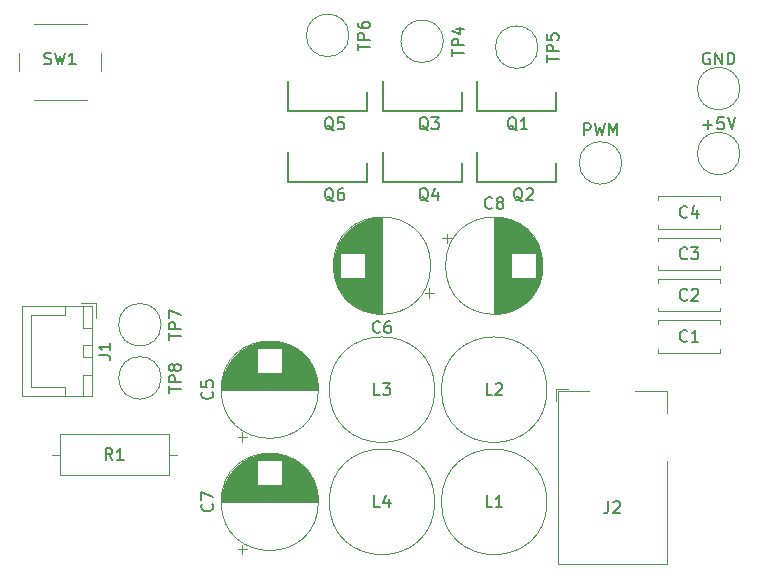
<source format=gto>
G04 #@! TF.GenerationSoftware,KiCad,Pcbnew,(5.1.5)-2*
G04 #@! TF.CreationDate,2020-08-06T13:29:52+09:00*
G04 #@! TF.ProjectId,CAL_V_Simulation_circuit,43414c5f-565f-4536-996d-756c6174696f,rev?*
G04 #@! TF.SameCoordinates,Original*
G04 #@! TF.FileFunction,Legend,Top*
G04 #@! TF.FilePolarity,Positive*
%FSLAX46Y46*%
G04 Gerber Fmt 4.6, Leading zero omitted, Abs format (unit mm)*
G04 Created by KiCad (PCBNEW (5.1.5)-2) date 2020-08-06 13:29:52*
%MOMM*%
%LPD*%
G04 APERTURE LIST*
%ADD10C,0.120000*%
%ADD11C,0.200000*%
%ADD12C,0.150000*%
G04 APERTURE END LIST*
D10*
X96700000Y-105000000D02*
G75*
G03X96700000Y-105000000I-1800000J0D01*
G01*
X58960000Y-126940000D02*
X52990000Y-126940000D01*
X52990000Y-126940000D02*
X52990000Y-134560000D01*
X52990000Y-134560000D02*
X58960000Y-134560000D01*
X58960000Y-134560000D02*
X58960000Y-126940000D01*
X58950000Y-130250000D02*
X58200000Y-130250000D01*
X58200000Y-130250000D02*
X58200000Y-131250000D01*
X58200000Y-131250000D02*
X58950000Y-131250000D01*
X58950000Y-131250000D02*
X58950000Y-130250000D01*
X58950000Y-126950000D02*
X58200000Y-126950000D01*
X58200000Y-126950000D02*
X58200000Y-128750000D01*
X58200000Y-128750000D02*
X58950000Y-128750000D01*
X58950000Y-128750000D02*
X58950000Y-126950000D01*
X58950000Y-132750000D02*
X58200000Y-132750000D01*
X58200000Y-132750000D02*
X58200000Y-134550000D01*
X58200000Y-134550000D02*
X58950000Y-134550000D01*
X58950000Y-134550000D02*
X58950000Y-132750000D01*
X56700000Y-126950000D02*
X56700000Y-127700000D01*
X56700000Y-127700000D02*
X53750000Y-127700000D01*
X53750000Y-127700000D02*
X53750000Y-130750000D01*
X56700000Y-134550000D02*
X56700000Y-133800000D01*
X56700000Y-133800000D02*
X53750000Y-133800000D01*
X53750000Y-133800000D02*
X53750000Y-130750000D01*
X59250000Y-127900000D02*
X59250000Y-126650000D01*
X59250000Y-126650000D02*
X58000000Y-126650000D01*
X103800000Y-114800000D02*
G75*
G03X103800000Y-114800000I-1800000J0D01*
G01*
X88700000Y-104500000D02*
G75*
G03X88700000Y-104500000I-1800000J0D01*
G01*
X54000000Y-109500000D02*
X58500000Y-109500000D01*
X52750000Y-105500000D02*
X52750000Y-107000000D01*
X58500000Y-103000000D02*
X54000000Y-103000000D01*
X59750000Y-107000000D02*
X59750000Y-105500000D01*
X99250000Y-133900000D02*
X98200000Y-133900000D01*
X98200000Y-134950000D02*
X98200000Y-133900000D01*
X107600000Y-140000000D02*
X107600000Y-148800000D01*
X107600000Y-148800000D02*
X98400000Y-148800000D01*
X104900000Y-134100000D02*
X107600000Y-134100000D01*
X107600000Y-134100000D02*
X107600000Y-136000000D01*
X98400000Y-148800000D02*
X98400000Y-134100000D01*
X98400000Y-134100000D02*
X101000000Y-134100000D01*
X112120000Y-130555000D02*
X112120000Y-130870000D01*
X112120000Y-128130000D02*
X112120000Y-128445000D01*
X106880000Y-130555000D02*
X106880000Y-130870000D01*
X106880000Y-128130000D02*
X106880000Y-128445000D01*
X106880000Y-130870000D02*
X112120000Y-130870000D01*
X106880000Y-128130000D02*
X112120000Y-128130000D01*
X106880000Y-124630000D02*
X112120000Y-124630000D01*
X106880000Y-127370000D02*
X112120000Y-127370000D01*
X106880000Y-124630000D02*
X106880000Y-124945000D01*
X106880000Y-127055000D02*
X106880000Y-127370000D01*
X112120000Y-124630000D02*
X112120000Y-124945000D01*
X112120000Y-127055000D02*
X112120000Y-127370000D01*
X112120000Y-123555000D02*
X112120000Y-123870000D01*
X112120000Y-121130000D02*
X112120000Y-121445000D01*
X106880000Y-123555000D02*
X106880000Y-123870000D01*
X106880000Y-121130000D02*
X106880000Y-121445000D01*
X106880000Y-123870000D02*
X112120000Y-123870000D01*
X106880000Y-121130000D02*
X112120000Y-121130000D01*
X106880000Y-117630000D02*
X112120000Y-117630000D01*
X106880000Y-120370000D02*
X112120000Y-120370000D01*
X106880000Y-117630000D02*
X106880000Y-117945000D01*
X106880000Y-120055000D02*
X106880000Y-120370000D01*
X112120000Y-117630000D02*
X112120000Y-117945000D01*
X112120000Y-120055000D02*
X112120000Y-120370000D01*
X78120000Y-134000000D02*
G75*
G03X78120000Y-134000000I-4120000J0D01*
G01*
X69920000Y-134000000D02*
X78080000Y-134000000D01*
X69920000Y-133960000D02*
X78080000Y-133960000D01*
X69920000Y-133920000D02*
X78080000Y-133920000D01*
X69921000Y-133880000D02*
X78079000Y-133880000D01*
X69923000Y-133840000D02*
X78077000Y-133840000D01*
X69924000Y-133800000D02*
X78076000Y-133800000D01*
X69926000Y-133760000D02*
X78074000Y-133760000D01*
X69929000Y-133720000D02*
X78071000Y-133720000D01*
X69932000Y-133680000D02*
X78068000Y-133680000D01*
X69935000Y-133640000D02*
X78065000Y-133640000D01*
X69939000Y-133600000D02*
X78061000Y-133600000D01*
X69943000Y-133560000D02*
X78057000Y-133560000D01*
X69948000Y-133520000D02*
X78052000Y-133520000D01*
X69952000Y-133480000D02*
X78048000Y-133480000D01*
X69958000Y-133440000D02*
X78042000Y-133440000D01*
X69963000Y-133400000D02*
X78037000Y-133400000D01*
X69970000Y-133360000D02*
X78030000Y-133360000D01*
X69976000Y-133320000D02*
X78024000Y-133320000D01*
X69983000Y-133279000D02*
X78017000Y-133279000D01*
X69990000Y-133239000D02*
X78010000Y-133239000D01*
X69998000Y-133199000D02*
X78002000Y-133199000D01*
X70006000Y-133159000D02*
X77994000Y-133159000D01*
X70015000Y-133119000D02*
X77985000Y-133119000D01*
X70024000Y-133079000D02*
X77976000Y-133079000D01*
X70033000Y-133039000D02*
X77967000Y-133039000D01*
X70043000Y-132999000D02*
X77957000Y-132999000D01*
X70053000Y-132959000D02*
X77947000Y-132959000D01*
X70064000Y-132919000D02*
X77936000Y-132919000D01*
X70075000Y-132879000D02*
X77925000Y-132879000D01*
X70086000Y-132839000D02*
X77914000Y-132839000D01*
X70098000Y-132799000D02*
X77902000Y-132799000D01*
X70111000Y-132759000D02*
X77889000Y-132759000D01*
X70123000Y-132719000D02*
X77877000Y-132719000D01*
X70137000Y-132679000D02*
X77863000Y-132679000D01*
X70150000Y-132639000D02*
X77850000Y-132639000D01*
X70165000Y-132599000D02*
X77835000Y-132599000D01*
X70179000Y-132559000D02*
X77821000Y-132559000D01*
X70195000Y-132519000D02*
X72960000Y-132519000D01*
X75040000Y-132519000D02*
X77805000Y-132519000D01*
X70210000Y-132479000D02*
X72960000Y-132479000D01*
X75040000Y-132479000D02*
X77790000Y-132479000D01*
X70226000Y-132439000D02*
X72960000Y-132439000D01*
X75040000Y-132439000D02*
X77774000Y-132439000D01*
X70243000Y-132399000D02*
X72960000Y-132399000D01*
X75040000Y-132399000D02*
X77757000Y-132399000D01*
X70260000Y-132359000D02*
X72960000Y-132359000D01*
X75040000Y-132359000D02*
X77740000Y-132359000D01*
X70278000Y-132319000D02*
X72960000Y-132319000D01*
X75040000Y-132319000D02*
X77722000Y-132319000D01*
X70296000Y-132279000D02*
X72960000Y-132279000D01*
X75040000Y-132279000D02*
X77704000Y-132279000D01*
X70314000Y-132239000D02*
X72960000Y-132239000D01*
X75040000Y-132239000D02*
X77686000Y-132239000D01*
X70334000Y-132199000D02*
X72960000Y-132199000D01*
X75040000Y-132199000D02*
X77666000Y-132199000D01*
X70353000Y-132159000D02*
X72960000Y-132159000D01*
X75040000Y-132159000D02*
X77647000Y-132159000D01*
X70373000Y-132119000D02*
X72960000Y-132119000D01*
X75040000Y-132119000D02*
X77627000Y-132119000D01*
X70394000Y-132079000D02*
X72960000Y-132079000D01*
X75040000Y-132079000D02*
X77606000Y-132079000D01*
X70416000Y-132039000D02*
X72960000Y-132039000D01*
X75040000Y-132039000D02*
X77584000Y-132039000D01*
X70438000Y-131999000D02*
X72960000Y-131999000D01*
X75040000Y-131999000D02*
X77562000Y-131999000D01*
X70460000Y-131959000D02*
X72960000Y-131959000D01*
X75040000Y-131959000D02*
X77540000Y-131959000D01*
X70483000Y-131919000D02*
X72960000Y-131919000D01*
X75040000Y-131919000D02*
X77517000Y-131919000D01*
X70507000Y-131879000D02*
X72960000Y-131879000D01*
X75040000Y-131879000D02*
X77493000Y-131879000D01*
X70531000Y-131839000D02*
X72960000Y-131839000D01*
X75040000Y-131839000D02*
X77469000Y-131839000D01*
X70556000Y-131799000D02*
X72960000Y-131799000D01*
X75040000Y-131799000D02*
X77444000Y-131799000D01*
X70582000Y-131759000D02*
X72960000Y-131759000D01*
X75040000Y-131759000D02*
X77418000Y-131759000D01*
X70608000Y-131719000D02*
X72960000Y-131719000D01*
X75040000Y-131719000D02*
X77392000Y-131719000D01*
X70635000Y-131679000D02*
X72960000Y-131679000D01*
X75040000Y-131679000D02*
X77365000Y-131679000D01*
X70662000Y-131639000D02*
X72960000Y-131639000D01*
X75040000Y-131639000D02*
X77338000Y-131639000D01*
X70691000Y-131599000D02*
X72960000Y-131599000D01*
X75040000Y-131599000D02*
X77309000Y-131599000D01*
X70720000Y-131559000D02*
X72960000Y-131559000D01*
X75040000Y-131559000D02*
X77280000Y-131559000D01*
X70750000Y-131519000D02*
X72960000Y-131519000D01*
X75040000Y-131519000D02*
X77250000Y-131519000D01*
X70780000Y-131479000D02*
X72960000Y-131479000D01*
X75040000Y-131479000D02*
X77220000Y-131479000D01*
X70811000Y-131439000D02*
X72960000Y-131439000D01*
X75040000Y-131439000D02*
X77189000Y-131439000D01*
X70844000Y-131399000D02*
X72960000Y-131399000D01*
X75040000Y-131399000D02*
X77156000Y-131399000D01*
X70876000Y-131359000D02*
X72960000Y-131359000D01*
X75040000Y-131359000D02*
X77124000Y-131359000D01*
X70910000Y-131319000D02*
X72960000Y-131319000D01*
X75040000Y-131319000D02*
X77090000Y-131319000D01*
X70945000Y-131279000D02*
X72960000Y-131279000D01*
X75040000Y-131279000D02*
X77055000Y-131279000D01*
X70981000Y-131239000D02*
X72960000Y-131239000D01*
X75040000Y-131239000D02*
X77019000Y-131239000D01*
X71017000Y-131199000D02*
X72960000Y-131199000D01*
X75040000Y-131199000D02*
X76983000Y-131199000D01*
X71055000Y-131159000D02*
X72960000Y-131159000D01*
X75040000Y-131159000D02*
X76945000Y-131159000D01*
X71093000Y-131119000D02*
X72960000Y-131119000D01*
X75040000Y-131119000D02*
X76907000Y-131119000D01*
X71133000Y-131079000D02*
X72960000Y-131079000D01*
X75040000Y-131079000D02*
X76867000Y-131079000D01*
X71174000Y-131039000D02*
X72960000Y-131039000D01*
X75040000Y-131039000D02*
X76826000Y-131039000D01*
X71216000Y-130999000D02*
X72960000Y-130999000D01*
X75040000Y-130999000D02*
X76784000Y-130999000D01*
X71259000Y-130959000D02*
X72960000Y-130959000D01*
X75040000Y-130959000D02*
X76741000Y-130959000D01*
X71303000Y-130919000D02*
X72960000Y-130919000D01*
X75040000Y-130919000D02*
X76697000Y-130919000D01*
X71349000Y-130879000D02*
X72960000Y-130879000D01*
X75040000Y-130879000D02*
X76651000Y-130879000D01*
X71396000Y-130839000D02*
X72960000Y-130839000D01*
X75040000Y-130839000D02*
X76604000Y-130839000D01*
X71444000Y-130799000D02*
X72960000Y-130799000D01*
X75040000Y-130799000D02*
X76556000Y-130799000D01*
X71495000Y-130759000D02*
X72960000Y-130759000D01*
X75040000Y-130759000D02*
X76505000Y-130759000D01*
X71546000Y-130719000D02*
X72960000Y-130719000D01*
X75040000Y-130719000D02*
X76454000Y-130719000D01*
X71600000Y-130679000D02*
X72960000Y-130679000D01*
X75040000Y-130679000D02*
X76400000Y-130679000D01*
X71655000Y-130639000D02*
X72960000Y-130639000D01*
X75040000Y-130639000D02*
X76345000Y-130639000D01*
X71713000Y-130599000D02*
X72960000Y-130599000D01*
X75040000Y-130599000D02*
X76287000Y-130599000D01*
X71772000Y-130559000D02*
X72960000Y-130559000D01*
X75040000Y-130559000D02*
X76228000Y-130559000D01*
X71834000Y-130519000D02*
X72960000Y-130519000D01*
X75040000Y-130519000D02*
X76166000Y-130519000D01*
X71898000Y-130479000D02*
X72960000Y-130479000D01*
X75040000Y-130479000D02*
X76102000Y-130479000D01*
X71966000Y-130439000D02*
X76034000Y-130439000D01*
X72036000Y-130399000D02*
X75964000Y-130399000D01*
X72110000Y-130359000D02*
X75890000Y-130359000D01*
X72187000Y-130319000D02*
X75813000Y-130319000D01*
X72269000Y-130279000D02*
X75731000Y-130279000D01*
X72355000Y-130239000D02*
X75645000Y-130239000D01*
X72448000Y-130199000D02*
X75552000Y-130199000D01*
X72547000Y-130159000D02*
X75453000Y-130159000D01*
X72654000Y-130119000D02*
X75346000Y-130119000D01*
X72771000Y-130079000D02*
X75229000Y-130079000D01*
X72902000Y-130039000D02*
X75098000Y-130039000D01*
X73052000Y-129999000D02*
X74948000Y-129999000D01*
X73232000Y-129959000D02*
X74768000Y-129959000D01*
X73467000Y-129919000D02*
X74533000Y-129919000D01*
X71685000Y-138409698D02*
X71685000Y-137609698D01*
X71285000Y-138009698D02*
X72085000Y-138009698D01*
X87509698Y-126215000D02*
X87509698Y-125415000D01*
X87909698Y-125815000D02*
X87109698Y-125815000D01*
X79419000Y-124033000D02*
X79419000Y-122967000D01*
X79459000Y-124268000D02*
X79459000Y-122732000D01*
X79499000Y-124448000D02*
X79499000Y-122552000D01*
X79539000Y-124598000D02*
X79539000Y-122402000D01*
X79579000Y-124729000D02*
X79579000Y-122271000D01*
X79619000Y-124846000D02*
X79619000Y-122154000D01*
X79659000Y-124953000D02*
X79659000Y-122047000D01*
X79699000Y-125052000D02*
X79699000Y-121948000D01*
X79739000Y-125145000D02*
X79739000Y-121855000D01*
X79779000Y-125231000D02*
X79779000Y-121769000D01*
X79819000Y-125313000D02*
X79819000Y-121687000D01*
X79859000Y-125390000D02*
X79859000Y-121610000D01*
X79899000Y-125464000D02*
X79899000Y-121536000D01*
X79939000Y-125534000D02*
X79939000Y-121466000D01*
X79979000Y-122460000D02*
X79979000Y-121398000D01*
X79979000Y-125602000D02*
X79979000Y-124540000D01*
X80019000Y-122460000D02*
X80019000Y-121334000D01*
X80019000Y-125666000D02*
X80019000Y-124540000D01*
X80059000Y-122460000D02*
X80059000Y-121272000D01*
X80059000Y-125728000D02*
X80059000Y-124540000D01*
X80099000Y-122460000D02*
X80099000Y-121213000D01*
X80099000Y-125787000D02*
X80099000Y-124540000D01*
X80139000Y-122460000D02*
X80139000Y-121155000D01*
X80139000Y-125845000D02*
X80139000Y-124540000D01*
X80179000Y-122460000D02*
X80179000Y-121100000D01*
X80179000Y-125900000D02*
X80179000Y-124540000D01*
X80219000Y-122460000D02*
X80219000Y-121046000D01*
X80219000Y-125954000D02*
X80219000Y-124540000D01*
X80259000Y-122460000D02*
X80259000Y-120995000D01*
X80259000Y-126005000D02*
X80259000Y-124540000D01*
X80299000Y-122460000D02*
X80299000Y-120944000D01*
X80299000Y-126056000D02*
X80299000Y-124540000D01*
X80339000Y-122460000D02*
X80339000Y-120896000D01*
X80339000Y-126104000D02*
X80339000Y-124540000D01*
X80379000Y-122460000D02*
X80379000Y-120849000D01*
X80379000Y-126151000D02*
X80379000Y-124540000D01*
X80419000Y-122460000D02*
X80419000Y-120803000D01*
X80419000Y-126197000D02*
X80419000Y-124540000D01*
X80459000Y-122460000D02*
X80459000Y-120759000D01*
X80459000Y-126241000D02*
X80459000Y-124540000D01*
X80499000Y-122460000D02*
X80499000Y-120716000D01*
X80499000Y-126284000D02*
X80499000Y-124540000D01*
X80539000Y-122460000D02*
X80539000Y-120674000D01*
X80539000Y-126326000D02*
X80539000Y-124540000D01*
X80579000Y-122460000D02*
X80579000Y-120633000D01*
X80579000Y-126367000D02*
X80579000Y-124540000D01*
X80619000Y-122460000D02*
X80619000Y-120593000D01*
X80619000Y-126407000D02*
X80619000Y-124540000D01*
X80659000Y-122460000D02*
X80659000Y-120555000D01*
X80659000Y-126445000D02*
X80659000Y-124540000D01*
X80699000Y-122460000D02*
X80699000Y-120517000D01*
X80699000Y-126483000D02*
X80699000Y-124540000D01*
X80739000Y-122460000D02*
X80739000Y-120481000D01*
X80739000Y-126519000D02*
X80739000Y-124540000D01*
X80779000Y-122460000D02*
X80779000Y-120445000D01*
X80779000Y-126555000D02*
X80779000Y-124540000D01*
X80819000Y-122460000D02*
X80819000Y-120410000D01*
X80819000Y-126590000D02*
X80819000Y-124540000D01*
X80859000Y-122460000D02*
X80859000Y-120376000D01*
X80859000Y-126624000D02*
X80859000Y-124540000D01*
X80899000Y-122460000D02*
X80899000Y-120344000D01*
X80899000Y-126656000D02*
X80899000Y-124540000D01*
X80939000Y-122460000D02*
X80939000Y-120311000D01*
X80939000Y-126689000D02*
X80939000Y-124540000D01*
X80979000Y-122460000D02*
X80979000Y-120280000D01*
X80979000Y-126720000D02*
X80979000Y-124540000D01*
X81019000Y-122460000D02*
X81019000Y-120250000D01*
X81019000Y-126750000D02*
X81019000Y-124540000D01*
X81059000Y-122460000D02*
X81059000Y-120220000D01*
X81059000Y-126780000D02*
X81059000Y-124540000D01*
X81099000Y-122460000D02*
X81099000Y-120191000D01*
X81099000Y-126809000D02*
X81099000Y-124540000D01*
X81139000Y-122460000D02*
X81139000Y-120162000D01*
X81139000Y-126838000D02*
X81139000Y-124540000D01*
X81179000Y-122460000D02*
X81179000Y-120135000D01*
X81179000Y-126865000D02*
X81179000Y-124540000D01*
X81219000Y-122460000D02*
X81219000Y-120108000D01*
X81219000Y-126892000D02*
X81219000Y-124540000D01*
X81259000Y-122460000D02*
X81259000Y-120082000D01*
X81259000Y-126918000D02*
X81259000Y-124540000D01*
X81299000Y-122460000D02*
X81299000Y-120056000D01*
X81299000Y-126944000D02*
X81299000Y-124540000D01*
X81339000Y-122460000D02*
X81339000Y-120031000D01*
X81339000Y-126969000D02*
X81339000Y-124540000D01*
X81379000Y-122460000D02*
X81379000Y-120007000D01*
X81379000Y-126993000D02*
X81379000Y-124540000D01*
X81419000Y-122460000D02*
X81419000Y-119983000D01*
X81419000Y-127017000D02*
X81419000Y-124540000D01*
X81459000Y-122460000D02*
X81459000Y-119960000D01*
X81459000Y-127040000D02*
X81459000Y-124540000D01*
X81499000Y-122460000D02*
X81499000Y-119938000D01*
X81499000Y-127062000D02*
X81499000Y-124540000D01*
X81539000Y-122460000D02*
X81539000Y-119916000D01*
X81539000Y-127084000D02*
X81539000Y-124540000D01*
X81579000Y-122460000D02*
X81579000Y-119894000D01*
X81579000Y-127106000D02*
X81579000Y-124540000D01*
X81619000Y-122460000D02*
X81619000Y-119873000D01*
X81619000Y-127127000D02*
X81619000Y-124540000D01*
X81659000Y-122460000D02*
X81659000Y-119853000D01*
X81659000Y-127147000D02*
X81659000Y-124540000D01*
X81699000Y-122460000D02*
X81699000Y-119834000D01*
X81699000Y-127166000D02*
X81699000Y-124540000D01*
X81739000Y-122460000D02*
X81739000Y-119814000D01*
X81739000Y-127186000D02*
X81739000Y-124540000D01*
X81779000Y-122460000D02*
X81779000Y-119796000D01*
X81779000Y-127204000D02*
X81779000Y-124540000D01*
X81819000Y-122460000D02*
X81819000Y-119778000D01*
X81819000Y-127222000D02*
X81819000Y-124540000D01*
X81859000Y-122460000D02*
X81859000Y-119760000D01*
X81859000Y-127240000D02*
X81859000Y-124540000D01*
X81899000Y-122460000D02*
X81899000Y-119743000D01*
X81899000Y-127257000D02*
X81899000Y-124540000D01*
X81939000Y-122460000D02*
X81939000Y-119726000D01*
X81939000Y-127274000D02*
X81939000Y-124540000D01*
X81979000Y-122460000D02*
X81979000Y-119710000D01*
X81979000Y-127290000D02*
X81979000Y-124540000D01*
X82019000Y-122460000D02*
X82019000Y-119695000D01*
X82019000Y-127305000D02*
X82019000Y-124540000D01*
X82059000Y-127321000D02*
X82059000Y-119679000D01*
X82099000Y-127335000D02*
X82099000Y-119665000D01*
X82139000Y-127350000D02*
X82139000Y-119650000D01*
X82179000Y-127363000D02*
X82179000Y-119637000D01*
X82219000Y-127377000D02*
X82219000Y-119623000D01*
X82259000Y-127389000D02*
X82259000Y-119611000D01*
X82299000Y-127402000D02*
X82299000Y-119598000D01*
X82339000Y-127414000D02*
X82339000Y-119586000D01*
X82379000Y-127425000D02*
X82379000Y-119575000D01*
X82419000Y-127436000D02*
X82419000Y-119564000D01*
X82459000Y-127447000D02*
X82459000Y-119553000D01*
X82499000Y-127457000D02*
X82499000Y-119543000D01*
X82539000Y-127467000D02*
X82539000Y-119533000D01*
X82579000Y-127476000D02*
X82579000Y-119524000D01*
X82619000Y-127485000D02*
X82619000Y-119515000D01*
X82659000Y-127494000D02*
X82659000Y-119506000D01*
X82699000Y-127502000D02*
X82699000Y-119498000D01*
X82739000Y-127510000D02*
X82739000Y-119490000D01*
X82779000Y-127517000D02*
X82779000Y-119483000D01*
X82820000Y-127524000D02*
X82820000Y-119476000D01*
X82860000Y-127530000D02*
X82860000Y-119470000D01*
X82900000Y-127537000D02*
X82900000Y-119463000D01*
X82940000Y-127542000D02*
X82940000Y-119458000D01*
X82980000Y-127548000D02*
X82980000Y-119452000D01*
X83020000Y-127552000D02*
X83020000Y-119448000D01*
X83060000Y-127557000D02*
X83060000Y-119443000D01*
X83100000Y-127561000D02*
X83100000Y-119439000D01*
X83140000Y-127565000D02*
X83140000Y-119435000D01*
X83180000Y-127568000D02*
X83180000Y-119432000D01*
X83220000Y-127571000D02*
X83220000Y-119429000D01*
X83260000Y-127574000D02*
X83260000Y-119426000D01*
X83300000Y-127576000D02*
X83300000Y-119424000D01*
X83340000Y-127577000D02*
X83340000Y-119423000D01*
X83380000Y-127579000D02*
X83380000Y-119421000D01*
X83420000Y-127580000D02*
X83420000Y-119420000D01*
X83460000Y-127580000D02*
X83460000Y-119420000D01*
X83500000Y-127580000D02*
X83500000Y-119420000D01*
X87620000Y-123500000D02*
G75*
G03X87620000Y-123500000I-4120000J0D01*
G01*
X71285000Y-147509698D02*
X72085000Y-147509698D01*
X71685000Y-147909698D02*
X71685000Y-147109698D01*
X73467000Y-139419000D02*
X74533000Y-139419000D01*
X73232000Y-139459000D02*
X74768000Y-139459000D01*
X73052000Y-139499000D02*
X74948000Y-139499000D01*
X72902000Y-139539000D02*
X75098000Y-139539000D01*
X72771000Y-139579000D02*
X75229000Y-139579000D01*
X72654000Y-139619000D02*
X75346000Y-139619000D01*
X72547000Y-139659000D02*
X75453000Y-139659000D01*
X72448000Y-139699000D02*
X75552000Y-139699000D01*
X72355000Y-139739000D02*
X75645000Y-139739000D01*
X72269000Y-139779000D02*
X75731000Y-139779000D01*
X72187000Y-139819000D02*
X75813000Y-139819000D01*
X72110000Y-139859000D02*
X75890000Y-139859000D01*
X72036000Y-139899000D02*
X75964000Y-139899000D01*
X71966000Y-139939000D02*
X76034000Y-139939000D01*
X75040000Y-139979000D02*
X76102000Y-139979000D01*
X71898000Y-139979000D02*
X72960000Y-139979000D01*
X75040000Y-140019000D02*
X76166000Y-140019000D01*
X71834000Y-140019000D02*
X72960000Y-140019000D01*
X75040000Y-140059000D02*
X76228000Y-140059000D01*
X71772000Y-140059000D02*
X72960000Y-140059000D01*
X75040000Y-140099000D02*
X76287000Y-140099000D01*
X71713000Y-140099000D02*
X72960000Y-140099000D01*
X75040000Y-140139000D02*
X76345000Y-140139000D01*
X71655000Y-140139000D02*
X72960000Y-140139000D01*
X75040000Y-140179000D02*
X76400000Y-140179000D01*
X71600000Y-140179000D02*
X72960000Y-140179000D01*
X75040000Y-140219000D02*
X76454000Y-140219000D01*
X71546000Y-140219000D02*
X72960000Y-140219000D01*
X75040000Y-140259000D02*
X76505000Y-140259000D01*
X71495000Y-140259000D02*
X72960000Y-140259000D01*
X75040000Y-140299000D02*
X76556000Y-140299000D01*
X71444000Y-140299000D02*
X72960000Y-140299000D01*
X75040000Y-140339000D02*
X76604000Y-140339000D01*
X71396000Y-140339000D02*
X72960000Y-140339000D01*
X75040000Y-140379000D02*
X76651000Y-140379000D01*
X71349000Y-140379000D02*
X72960000Y-140379000D01*
X75040000Y-140419000D02*
X76697000Y-140419000D01*
X71303000Y-140419000D02*
X72960000Y-140419000D01*
X75040000Y-140459000D02*
X76741000Y-140459000D01*
X71259000Y-140459000D02*
X72960000Y-140459000D01*
X75040000Y-140499000D02*
X76784000Y-140499000D01*
X71216000Y-140499000D02*
X72960000Y-140499000D01*
X75040000Y-140539000D02*
X76826000Y-140539000D01*
X71174000Y-140539000D02*
X72960000Y-140539000D01*
X75040000Y-140579000D02*
X76867000Y-140579000D01*
X71133000Y-140579000D02*
X72960000Y-140579000D01*
X75040000Y-140619000D02*
X76907000Y-140619000D01*
X71093000Y-140619000D02*
X72960000Y-140619000D01*
X75040000Y-140659000D02*
X76945000Y-140659000D01*
X71055000Y-140659000D02*
X72960000Y-140659000D01*
X75040000Y-140699000D02*
X76983000Y-140699000D01*
X71017000Y-140699000D02*
X72960000Y-140699000D01*
X75040000Y-140739000D02*
X77019000Y-140739000D01*
X70981000Y-140739000D02*
X72960000Y-140739000D01*
X75040000Y-140779000D02*
X77055000Y-140779000D01*
X70945000Y-140779000D02*
X72960000Y-140779000D01*
X75040000Y-140819000D02*
X77090000Y-140819000D01*
X70910000Y-140819000D02*
X72960000Y-140819000D01*
X75040000Y-140859000D02*
X77124000Y-140859000D01*
X70876000Y-140859000D02*
X72960000Y-140859000D01*
X75040000Y-140899000D02*
X77156000Y-140899000D01*
X70844000Y-140899000D02*
X72960000Y-140899000D01*
X75040000Y-140939000D02*
X77189000Y-140939000D01*
X70811000Y-140939000D02*
X72960000Y-140939000D01*
X75040000Y-140979000D02*
X77220000Y-140979000D01*
X70780000Y-140979000D02*
X72960000Y-140979000D01*
X75040000Y-141019000D02*
X77250000Y-141019000D01*
X70750000Y-141019000D02*
X72960000Y-141019000D01*
X75040000Y-141059000D02*
X77280000Y-141059000D01*
X70720000Y-141059000D02*
X72960000Y-141059000D01*
X75040000Y-141099000D02*
X77309000Y-141099000D01*
X70691000Y-141099000D02*
X72960000Y-141099000D01*
X75040000Y-141139000D02*
X77338000Y-141139000D01*
X70662000Y-141139000D02*
X72960000Y-141139000D01*
X75040000Y-141179000D02*
X77365000Y-141179000D01*
X70635000Y-141179000D02*
X72960000Y-141179000D01*
X75040000Y-141219000D02*
X77392000Y-141219000D01*
X70608000Y-141219000D02*
X72960000Y-141219000D01*
X75040000Y-141259000D02*
X77418000Y-141259000D01*
X70582000Y-141259000D02*
X72960000Y-141259000D01*
X75040000Y-141299000D02*
X77444000Y-141299000D01*
X70556000Y-141299000D02*
X72960000Y-141299000D01*
X75040000Y-141339000D02*
X77469000Y-141339000D01*
X70531000Y-141339000D02*
X72960000Y-141339000D01*
X75040000Y-141379000D02*
X77493000Y-141379000D01*
X70507000Y-141379000D02*
X72960000Y-141379000D01*
X75040000Y-141419000D02*
X77517000Y-141419000D01*
X70483000Y-141419000D02*
X72960000Y-141419000D01*
X75040000Y-141459000D02*
X77540000Y-141459000D01*
X70460000Y-141459000D02*
X72960000Y-141459000D01*
X75040000Y-141499000D02*
X77562000Y-141499000D01*
X70438000Y-141499000D02*
X72960000Y-141499000D01*
X75040000Y-141539000D02*
X77584000Y-141539000D01*
X70416000Y-141539000D02*
X72960000Y-141539000D01*
X75040000Y-141579000D02*
X77606000Y-141579000D01*
X70394000Y-141579000D02*
X72960000Y-141579000D01*
X75040000Y-141619000D02*
X77627000Y-141619000D01*
X70373000Y-141619000D02*
X72960000Y-141619000D01*
X75040000Y-141659000D02*
X77647000Y-141659000D01*
X70353000Y-141659000D02*
X72960000Y-141659000D01*
X75040000Y-141699000D02*
X77666000Y-141699000D01*
X70334000Y-141699000D02*
X72960000Y-141699000D01*
X75040000Y-141739000D02*
X77686000Y-141739000D01*
X70314000Y-141739000D02*
X72960000Y-141739000D01*
X75040000Y-141779000D02*
X77704000Y-141779000D01*
X70296000Y-141779000D02*
X72960000Y-141779000D01*
X75040000Y-141819000D02*
X77722000Y-141819000D01*
X70278000Y-141819000D02*
X72960000Y-141819000D01*
X75040000Y-141859000D02*
X77740000Y-141859000D01*
X70260000Y-141859000D02*
X72960000Y-141859000D01*
X75040000Y-141899000D02*
X77757000Y-141899000D01*
X70243000Y-141899000D02*
X72960000Y-141899000D01*
X75040000Y-141939000D02*
X77774000Y-141939000D01*
X70226000Y-141939000D02*
X72960000Y-141939000D01*
X75040000Y-141979000D02*
X77790000Y-141979000D01*
X70210000Y-141979000D02*
X72960000Y-141979000D01*
X75040000Y-142019000D02*
X77805000Y-142019000D01*
X70195000Y-142019000D02*
X72960000Y-142019000D01*
X70179000Y-142059000D02*
X77821000Y-142059000D01*
X70165000Y-142099000D02*
X77835000Y-142099000D01*
X70150000Y-142139000D02*
X77850000Y-142139000D01*
X70137000Y-142179000D02*
X77863000Y-142179000D01*
X70123000Y-142219000D02*
X77877000Y-142219000D01*
X70111000Y-142259000D02*
X77889000Y-142259000D01*
X70098000Y-142299000D02*
X77902000Y-142299000D01*
X70086000Y-142339000D02*
X77914000Y-142339000D01*
X70075000Y-142379000D02*
X77925000Y-142379000D01*
X70064000Y-142419000D02*
X77936000Y-142419000D01*
X70053000Y-142459000D02*
X77947000Y-142459000D01*
X70043000Y-142499000D02*
X77957000Y-142499000D01*
X70033000Y-142539000D02*
X77967000Y-142539000D01*
X70024000Y-142579000D02*
X77976000Y-142579000D01*
X70015000Y-142619000D02*
X77985000Y-142619000D01*
X70006000Y-142659000D02*
X77994000Y-142659000D01*
X69998000Y-142699000D02*
X78002000Y-142699000D01*
X69990000Y-142739000D02*
X78010000Y-142739000D01*
X69983000Y-142779000D02*
X78017000Y-142779000D01*
X69976000Y-142820000D02*
X78024000Y-142820000D01*
X69970000Y-142860000D02*
X78030000Y-142860000D01*
X69963000Y-142900000D02*
X78037000Y-142900000D01*
X69958000Y-142940000D02*
X78042000Y-142940000D01*
X69952000Y-142980000D02*
X78048000Y-142980000D01*
X69948000Y-143020000D02*
X78052000Y-143020000D01*
X69943000Y-143060000D02*
X78057000Y-143060000D01*
X69939000Y-143100000D02*
X78061000Y-143100000D01*
X69935000Y-143140000D02*
X78065000Y-143140000D01*
X69932000Y-143180000D02*
X78068000Y-143180000D01*
X69929000Y-143220000D02*
X78071000Y-143220000D01*
X69926000Y-143260000D02*
X78074000Y-143260000D01*
X69924000Y-143300000D02*
X78076000Y-143300000D01*
X69923000Y-143340000D02*
X78077000Y-143340000D01*
X69921000Y-143380000D02*
X78079000Y-143380000D01*
X69920000Y-143420000D02*
X78080000Y-143420000D01*
X69920000Y-143460000D02*
X78080000Y-143460000D01*
X69920000Y-143500000D02*
X78080000Y-143500000D01*
X78120000Y-143500000D02*
G75*
G03X78120000Y-143500000I-4120000J0D01*
G01*
X97120000Y-123500000D02*
G75*
G03X97120000Y-123500000I-4120000J0D01*
G01*
X93000000Y-119420000D02*
X93000000Y-127580000D01*
X93040000Y-119420000D02*
X93040000Y-127580000D01*
X93080000Y-119420000D02*
X93080000Y-127580000D01*
X93120000Y-119421000D02*
X93120000Y-127579000D01*
X93160000Y-119423000D02*
X93160000Y-127577000D01*
X93200000Y-119424000D02*
X93200000Y-127576000D01*
X93240000Y-119426000D02*
X93240000Y-127574000D01*
X93280000Y-119429000D02*
X93280000Y-127571000D01*
X93320000Y-119432000D02*
X93320000Y-127568000D01*
X93360000Y-119435000D02*
X93360000Y-127565000D01*
X93400000Y-119439000D02*
X93400000Y-127561000D01*
X93440000Y-119443000D02*
X93440000Y-127557000D01*
X93480000Y-119448000D02*
X93480000Y-127552000D01*
X93520000Y-119452000D02*
X93520000Y-127548000D01*
X93560000Y-119458000D02*
X93560000Y-127542000D01*
X93600000Y-119463000D02*
X93600000Y-127537000D01*
X93640000Y-119470000D02*
X93640000Y-127530000D01*
X93680000Y-119476000D02*
X93680000Y-127524000D01*
X93721000Y-119483000D02*
X93721000Y-127517000D01*
X93761000Y-119490000D02*
X93761000Y-127510000D01*
X93801000Y-119498000D02*
X93801000Y-127502000D01*
X93841000Y-119506000D02*
X93841000Y-127494000D01*
X93881000Y-119515000D02*
X93881000Y-127485000D01*
X93921000Y-119524000D02*
X93921000Y-127476000D01*
X93961000Y-119533000D02*
X93961000Y-127467000D01*
X94001000Y-119543000D02*
X94001000Y-127457000D01*
X94041000Y-119553000D02*
X94041000Y-127447000D01*
X94081000Y-119564000D02*
X94081000Y-127436000D01*
X94121000Y-119575000D02*
X94121000Y-127425000D01*
X94161000Y-119586000D02*
X94161000Y-127414000D01*
X94201000Y-119598000D02*
X94201000Y-127402000D01*
X94241000Y-119611000D02*
X94241000Y-127389000D01*
X94281000Y-119623000D02*
X94281000Y-127377000D01*
X94321000Y-119637000D02*
X94321000Y-127363000D01*
X94361000Y-119650000D02*
X94361000Y-127350000D01*
X94401000Y-119665000D02*
X94401000Y-127335000D01*
X94441000Y-119679000D02*
X94441000Y-127321000D01*
X94481000Y-119695000D02*
X94481000Y-122460000D01*
X94481000Y-124540000D02*
X94481000Y-127305000D01*
X94521000Y-119710000D02*
X94521000Y-122460000D01*
X94521000Y-124540000D02*
X94521000Y-127290000D01*
X94561000Y-119726000D02*
X94561000Y-122460000D01*
X94561000Y-124540000D02*
X94561000Y-127274000D01*
X94601000Y-119743000D02*
X94601000Y-122460000D01*
X94601000Y-124540000D02*
X94601000Y-127257000D01*
X94641000Y-119760000D02*
X94641000Y-122460000D01*
X94641000Y-124540000D02*
X94641000Y-127240000D01*
X94681000Y-119778000D02*
X94681000Y-122460000D01*
X94681000Y-124540000D02*
X94681000Y-127222000D01*
X94721000Y-119796000D02*
X94721000Y-122460000D01*
X94721000Y-124540000D02*
X94721000Y-127204000D01*
X94761000Y-119814000D02*
X94761000Y-122460000D01*
X94761000Y-124540000D02*
X94761000Y-127186000D01*
X94801000Y-119834000D02*
X94801000Y-122460000D01*
X94801000Y-124540000D02*
X94801000Y-127166000D01*
X94841000Y-119853000D02*
X94841000Y-122460000D01*
X94841000Y-124540000D02*
X94841000Y-127147000D01*
X94881000Y-119873000D02*
X94881000Y-122460000D01*
X94881000Y-124540000D02*
X94881000Y-127127000D01*
X94921000Y-119894000D02*
X94921000Y-122460000D01*
X94921000Y-124540000D02*
X94921000Y-127106000D01*
X94961000Y-119916000D02*
X94961000Y-122460000D01*
X94961000Y-124540000D02*
X94961000Y-127084000D01*
X95001000Y-119938000D02*
X95001000Y-122460000D01*
X95001000Y-124540000D02*
X95001000Y-127062000D01*
X95041000Y-119960000D02*
X95041000Y-122460000D01*
X95041000Y-124540000D02*
X95041000Y-127040000D01*
X95081000Y-119983000D02*
X95081000Y-122460000D01*
X95081000Y-124540000D02*
X95081000Y-127017000D01*
X95121000Y-120007000D02*
X95121000Y-122460000D01*
X95121000Y-124540000D02*
X95121000Y-126993000D01*
X95161000Y-120031000D02*
X95161000Y-122460000D01*
X95161000Y-124540000D02*
X95161000Y-126969000D01*
X95201000Y-120056000D02*
X95201000Y-122460000D01*
X95201000Y-124540000D02*
X95201000Y-126944000D01*
X95241000Y-120082000D02*
X95241000Y-122460000D01*
X95241000Y-124540000D02*
X95241000Y-126918000D01*
X95281000Y-120108000D02*
X95281000Y-122460000D01*
X95281000Y-124540000D02*
X95281000Y-126892000D01*
X95321000Y-120135000D02*
X95321000Y-122460000D01*
X95321000Y-124540000D02*
X95321000Y-126865000D01*
X95361000Y-120162000D02*
X95361000Y-122460000D01*
X95361000Y-124540000D02*
X95361000Y-126838000D01*
X95401000Y-120191000D02*
X95401000Y-122460000D01*
X95401000Y-124540000D02*
X95401000Y-126809000D01*
X95441000Y-120220000D02*
X95441000Y-122460000D01*
X95441000Y-124540000D02*
X95441000Y-126780000D01*
X95481000Y-120250000D02*
X95481000Y-122460000D01*
X95481000Y-124540000D02*
X95481000Y-126750000D01*
X95521000Y-120280000D02*
X95521000Y-122460000D01*
X95521000Y-124540000D02*
X95521000Y-126720000D01*
X95561000Y-120311000D02*
X95561000Y-122460000D01*
X95561000Y-124540000D02*
X95561000Y-126689000D01*
X95601000Y-120344000D02*
X95601000Y-122460000D01*
X95601000Y-124540000D02*
X95601000Y-126656000D01*
X95641000Y-120376000D02*
X95641000Y-122460000D01*
X95641000Y-124540000D02*
X95641000Y-126624000D01*
X95681000Y-120410000D02*
X95681000Y-122460000D01*
X95681000Y-124540000D02*
X95681000Y-126590000D01*
X95721000Y-120445000D02*
X95721000Y-122460000D01*
X95721000Y-124540000D02*
X95721000Y-126555000D01*
X95761000Y-120481000D02*
X95761000Y-122460000D01*
X95761000Y-124540000D02*
X95761000Y-126519000D01*
X95801000Y-120517000D02*
X95801000Y-122460000D01*
X95801000Y-124540000D02*
X95801000Y-126483000D01*
X95841000Y-120555000D02*
X95841000Y-122460000D01*
X95841000Y-124540000D02*
X95841000Y-126445000D01*
X95881000Y-120593000D02*
X95881000Y-122460000D01*
X95881000Y-124540000D02*
X95881000Y-126407000D01*
X95921000Y-120633000D02*
X95921000Y-122460000D01*
X95921000Y-124540000D02*
X95921000Y-126367000D01*
X95961000Y-120674000D02*
X95961000Y-122460000D01*
X95961000Y-124540000D02*
X95961000Y-126326000D01*
X96001000Y-120716000D02*
X96001000Y-122460000D01*
X96001000Y-124540000D02*
X96001000Y-126284000D01*
X96041000Y-120759000D02*
X96041000Y-122460000D01*
X96041000Y-124540000D02*
X96041000Y-126241000D01*
X96081000Y-120803000D02*
X96081000Y-122460000D01*
X96081000Y-124540000D02*
X96081000Y-126197000D01*
X96121000Y-120849000D02*
X96121000Y-122460000D01*
X96121000Y-124540000D02*
X96121000Y-126151000D01*
X96161000Y-120896000D02*
X96161000Y-122460000D01*
X96161000Y-124540000D02*
X96161000Y-126104000D01*
X96201000Y-120944000D02*
X96201000Y-122460000D01*
X96201000Y-124540000D02*
X96201000Y-126056000D01*
X96241000Y-120995000D02*
X96241000Y-122460000D01*
X96241000Y-124540000D02*
X96241000Y-126005000D01*
X96281000Y-121046000D02*
X96281000Y-122460000D01*
X96281000Y-124540000D02*
X96281000Y-125954000D01*
X96321000Y-121100000D02*
X96321000Y-122460000D01*
X96321000Y-124540000D02*
X96321000Y-125900000D01*
X96361000Y-121155000D02*
X96361000Y-122460000D01*
X96361000Y-124540000D02*
X96361000Y-125845000D01*
X96401000Y-121213000D02*
X96401000Y-122460000D01*
X96401000Y-124540000D02*
X96401000Y-125787000D01*
X96441000Y-121272000D02*
X96441000Y-122460000D01*
X96441000Y-124540000D02*
X96441000Y-125728000D01*
X96481000Y-121334000D02*
X96481000Y-122460000D01*
X96481000Y-124540000D02*
X96481000Y-125666000D01*
X96521000Y-121398000D02*
X96521000Y-122460000D01*
X96521000Y-124540000D02*
X96521000Y-125602000D01*
X96561000Y-121466000D02*
X96561000Y-125534000D01*
X96601000Y-121536000D02*
X96601000Y-125464000D01*
X96641000Y-121610000D02*
X96641000Y-125390000D01*
X96681000Y-121687000D02*
X96681000Y-125313000D01*
X96721000Y-121769000D02*
X96721000Y-125231000D01*
X96761000Y-121855000D02*
X96761000Y-125145000D01*
X96801000Y-121948000D02*
X96801000Y-125052000D01*
X96841000Y-122047000D02*
X96841000Y-124953000D01*
X96881000Y-122154000D02*
X96881000Y-124846000D01*
X96921000Y-122271000D02*
X96921000Y-124729000D01*
X96961000Y-122402000D02*
X96961000Y-124598000D01*
X97001000Y-122552000D02*
X97001000Y-124448000D01*
X97041000Y-122732000D02*
X97041000Y-124268000D01*
X97081000Y-122967000D02*
X97081000Y-124033000D01*
X88590302Y-121185000D02*
X89390302Y-121185000D01*
X88990302Y-120785000D02*
X88990302Y-121585000D01*
D11*
X98250000Y-110400000D02*
X98250000Y-108800000D01*
X91550000Y-110400000D02*
X98250000Y-110400000D01*
X91550000Y-107900000D02*
X91550000Y-110400000D01*
X98250000Y-116400000D02*
X98250000Y-114800000D01*
X91550000Y-116400000D02*
X98250000Y-116400000D01*
X91550000Y-113900000D02*
X91550000Y-116400000D01*
X83550000Y-107900000D02*
X83550000Y-110400000D01*
X83550000Y-110400000D02*
X90250000Y-110400000D01*
X90250000Y-110400000D02*
X90250000Y-108800000D01*
X83550000Y-113900000D02*
X83550000Y-116400000D01*
X83550000Y-116400000D02*
X90250000Y-116400000D01*
X90250000Y-116400000D02*
X90250000Y-114800000D01*
X82250000Y-110400000D02*
X82250000Y-108800000D01*
X75550000Y-110400000D02*
X82250000Y-110400000D01*
X75550000Y-107900000D02*
X75550000Y-110400000D01*
X82250000Y-116400000D02*
X82250000Y-114800000D01*
X75550000Y-116400000D02*
X82250000Y-116400000D01*
X75550000Y-113900000D02*
X75550000Y-116400000D01*
D10*
X56230000Y-137780000D02*
X56230000Y-141220000D01*
X56230000Y-141220000D02*
X65470000Y-141220000D01*
X65470000Y-141220000D02*
X65470000Y-137780000D01*
X65470000Y-137780000D02*
X56230000Y-137780000D01*
X55540000Y-139500000D02*
X56230000Y-139500000D01*
X66160000Y-139500000D02*
X65470000Y-139500000D01*
X113800000Y-108500000D02*
G75*
G03X113800000Y-108500000I-1800000J0D01*
G01*
X113800000Y-114000000D02*
G75*
G03X113800000Y-114000000I-1800000J0D01*
G01*
X80700000Y-104000000D02*
G75*
G03X80700000Y-104000000I-1800000J0D01*
G01*
X64800000Y-128500000D02*
G75*
G03X64800000Y-128500000I-1800000J0D01*
G01*
X64800000Y-133000000D02*
G75*
G03X64800000Y-133000000I-1800000J0D01*
G01*
X97470000Y-143500000D02*
G75*
G03X97470000Y-143500000I-4470000J0D01*
G01*
X97470000Y-134000000D02*
G75*
G03X97470000Y-134000000I-4470000J0D01*
G01*
X87970000Y-134000000D02*
G75*
G03X87970000Y-134000000I-4470000J0D01*
G01*
X87970000Y-143500000D02*
G75*
G03X87970000Y-143500000I-4470000J0D01*
G01*
D12*
X97452380Y-106261904D02*
X97452380Y-105690476D01*
X98452380Y-105976190D02*
X97452380Y-105976190D01*
X98452380Y-105357142D02*
X97452380Y-105357142D01*
X97452380Y-104976190D01*
X97500000Y-104880952D01*
X97547619Y-104833333D01*
X97642857Y-104785714D01*
X97785714Y-104785714D01*
X97880952Y-104833333D01*
X97928571Y-104880952D01*
X97976190Y-104976190D01*
X97976190Y-105357142D01*
X97452380Y-103880952D02*
X97452380Y-104357142D01*
X97928571Y-104404761D01*
X97880952Y-104357142D01*
X97833333Y-104261904D01*
X97833333Y-104023809D01*
X97880952Y-103928571D01*
X97928571Y-103880952D01*
X98023809Y-103833333D01*
X98261904Y-103833333D01*
X98357142Y-103880952D01*
X98404761Y-103928571D01*
X98452380Y-104023809D01*
X98452380Y-104261904D01*
X98404761Y-104357142D01*
X98357142Y-104404761D01*
X59502380Y-131083333D02*
X60216666Y-131083333D01*
X60359523Y-131130952D01*
X60454761Y-131226190D01*
X60502380Y-131369047D01*
X60502380Y-131464285D01*
X60502380Y-130083333D02*
X60502380Y-130654761D01*
X60502380Y-130369047D02*
X59502380Y-130369047D01*
X59645238Y-130464285D01*
X59740476Y-130559523D01*
X59788095Y-130654761D01*
X100595238Y-112452380D02*
X100595238Y-111452380D01*
X100976190Y-111452380D01*
X101071428Y-111500000D01*
X101119047Y-111547619D01*
X101166666Y-111642857D01*
X101166666Y-111785714D01*
X101119047Y-111880952D01*
X101071428Y-111928571D01*
X100976190Y-111976190D01*
X100595238Y-111976190D01*
X101500000Y-111452380D02*
X101738095Y-112452380D01*
X101928571Y-111738095D01*
X102119047Y-112452380D01*
X102357142Y-111452380D01*
X102738095Y-112452380D02*
X102738095Y-111452380D01*
X103071428Y-112166666D01*
X103404761Y-111452380D01*
X103404761Y-112452380D01*
X89452380Y-105761904D02*
X89452380Y-105190476D01*
X90452380Y-105476190D02*
X89452380Y-105476190D01*
X90452380Y-104857142D02*
X89452380Y-104857142D01*
X89452380Y-104476190D01*
X89500000Y-104380952D01*
X89547619Y-104333333D01*
X89642857Y-104285714D01*
X89785714Y-104285714D01*
X89880952Y-104333333D01*
X89928571Y-104380952D01*
X89976190Y-104476190D01*
X89976190Y-104857142D01*
X89785714Y-103428571D02*
X90452380Y-103428571D01*
X89404761Y-103666666D02*
X90119047Y-103904761D01*
X90119047Y-103285714D01*
X54916666Y-106404761D02*
X55059523Y-106452380D01*
X55297619Y-106452380D01*
X55392857Y-106404761D01*
X55440476Y-106357142D01*
X55488095Y-106261904D01*
X55488095Y-106166666D01*
X55440476Y-106071428D01*
X55392857Y-106023809D01*
X55297619Y-105976190D01*
X55107142Y-105928571D01*
X55011904Y-105880952D01*
X54964285Y-105833333D01*
X54916666Y-105738095D01*
X54916666Y-105642857D01*
X54964285Y-105547619D01*
X55011904Y-105500000D01*
X55107142Y-105452380D01*
X55345238Y-105452380D01*
X55488095Y-105500000D01*
X55821428Y-105452380D02*
X56059523Y-106452380D01*
X56250000Y-105738095D01*
X56440476Y-106452380D01*
X56678571Y-105452380D01*
X57583333Y-106452380D02*
X57011904Y-106452380D01*
X57297619Y-106452380D02*
X57297619Y-105452380D01*
X57202380Y-105595238D01*
X57107142Y-105690476D01*
X57011904Y-105738095D01*
X102666666Y-143452380D02*
X102666666Y-144166666D01*
X102619047Y-144309523D01*
X102523809Y-144404761D01*
X102380952Y-144452380D01*
X102285714Y-144452380D01*
X103095238Y-143547619D02*
X103142857Y-143500000D01*
X103238095Y-143452380D01*
X103476190Y-143452380D01*
X103571428Y-143500000D01*
X103619047Y-143547619D01*
X103666666Y-143642857D01*
X103666666Y-143738095D01*
X103619047Y-143880952D01*
X103047619Y-144452380D01*
X103666666Y-144452380D01*
X109333333Y-129857142D02*
X109285714Y-129904761D01*
X109142857Y-129952380D01*
X109047619Y-129952380D01*
X108904761Y-129904761D01*
X108809523Y-129809523D01*
X108761904Y-129714285D01*
X108714285Y-129523809D01*
X108714285Y-129380952D01*
X108761904Y-129190476D01*
X108809523Y-129095238D01*
X108904761Y-129000000D01*
X109047619Y-128952380D01*
X109142857Y-128952380D01*
X109285714Y-129000000D01*
X109333333Y-129047619D01*
X110285714Y-129952380D02*
X109714285Y-129952380D01*
X110000000Y-129952380D02*
X110000000Y-128952380D01*
X109904761Y-129095238D01*
X109809523Y-129190476D01*
X109714285Y-129238095D01*
X109333333Y-126357142D02*
X109285714Y-126404761D01*
X109142857Y-126452380D01*
X109047619Y-126452380D01*
X108904761Y-126404761D01*
X108809523Y-126309523D01*
X108761904Y-126214285D01*
X108714285Y-126023809D01*
X108714285Y-125880952D01*
X108761904Y-125690476D01*
X108809523Y-125595238D01*
X108904761Y-125500000D01*
X109047619Y-125452380D01*
X109142857Y-125452380D01*
X109285714Y-125500000D01*
X109333333Y-125547619D01*
X109714285Y-125547619D02*
X109761904Y-125500000D01*
X109857142Y-125452380D01*
X110095238Y-125452380D01*
X110190476Y-125500000D01*
X110238095Y-125547619D01*
X110285714Y-125642857D01*
X110285714Y-125738095D01*
X110238095Y-125880952D01*
X109666666Y-126452380D01*
X110285714Y-126452380D01*
X109333333Y-122857142D02*
X109285714Y-122904761D01*
X109142857Y-122952380D01*
X109047619Y-122952380D01*
X108904761Y-122904761D01*
X108809523Y-122809523D01*
X108761904Y-122714285D01*
X108714285Y-122523809D01*
X108714285Y-122380952D01*
X108761904Y-122190476D01*
X108809523Y-122095238D01*
X108904761Y-122000000D01*
X109047619Y-121952380D01*
X109142857Y-121952380D01*
X109285714Y-122000000D01*
X109333333Y-122047619D01*
X109666666Y-121952380D02*
X110285714Y-121952380D01*
X109952380Y-122333333D01*
X110095238Y-122333333D01*
X110190476Y-122380952D01*
X110238095Y-122428571D01*
X110285714Y-122523809D01*
X110285714Y-122761904D01*
X110238095Y-122857142D01*
X110190476Y-122904761D01*
X110095238Y-122952380D01*
X109809523Y-122952380D01*
X109714285Y-122904761D01*
X109666666Y-122857142D01*
X109333333Y-119357142D02*
X109285714Y-119404761D01*
X109142857Y-119452380D01*
X109047619Y-119452380D01*
X108904761Y-119404761D01*
X108809523Y-119309523D01*
X108761904Y-119214285D01*
X108714285Y-119023809D01*
X108714285Y-118880952D01*
X108761904Y-118690476D01*
X108809523Y-118595238D01*
X108904761Y-118500000D01*
X109047619Y-118452380D01*
X109142857Y-118452380D01*
X109285714Y-118500000D01*
X109333333Y-118547619D01*
X110190476Y-118785714D02*
X110190476Y-119452380D01*
X109952380Y-118404761D02*
X109714285Y-119119047D01*
X110333333Y-119119047D01*
X69107142Y-134166666D02*
X69154761Y-134214285D01*
X69202380Y-134357142D01*
X69202380Y-134452380D01*
X69154761Y-134595238D01*
X69059523Y-134690476D01*
X68964285Y-134738095D01*
X68773809Y-134785714D01*
X68630952Y-134785714D01*
X68440476Y-134738095D01*
X68345238Y-134690476D01*
X68250000Y-134595238D01*
X68202380Y-134452380D01*
X68202380Y-134357142D01*
X68250000Y-134214285D01*
X68297619Y-134166666D01*
X68202380Y-133261904D02*
X68202380Y-133738095D01*
X68678571Y-133785714D01*
X68630952Y-133738095D01*
X68583333Y-133642857D01*
X68583333Y-133404761D01*
X68630952Y-133309523D01*
X68678571Y-133261904D01*
X68773809Y-133214285D01*
X69011904Y-133214285D01*
X69107142Y-133261904D01*
X69154761Y-133309523D01*
X69202380Y-133404761D01*
X69202380Y-133642857D01*
X69154761Y-133738095D01*
X69107142Y-133785714D01*
X83333333Y-129107142D02*
X83285714Y-129154761D01*
X83142857Y-129202380D01*
X83047619Y-129202380D01*
X82904761Y-129154761D01*
X82809523Y-129059523D01*
X82761904Y-128964285D01*
X82714285Y-128773809D01*
X82714285Y-128630952D01*
X82761904Y-128440476D01*
X82809523Y-128345238D01*
X82904761Y-128250000D01*
X83047619Y-128202380D01*
X83142857Y-128202380D01*
X83285714Y-128250000D01*
X83333333Y-128297619D01*
X84190476Y-128202380D02*
X84000000Y-128202380D01*
X83904761Y-128250000D01*
X83857142Y-128297619D01*
X83761904Y-128440476D01*
X83714285Y-128630952D01*
X83714285Y-129011904D01*
X83761904Y-129107142D01*
X83809523Y-129154761D01*
X83904761Y-129202380D01*
X84095238Y-129202380D01*
X84190476Y-129154761D01*
X84238095Y-129107142D01*
X84285714Y-129011904D01*
X84285714Y-128773809D01*
X84238095Y-128678571D01*
X84190476Y-128630952D01*
X84095238Y-128583333D01*
X83904761Y-128583333D01*
X83809523Y-128630952D01*
X83761904Y-128678571D01*
X83714285Y-128773809D01*
X69107142Y-143666666D02*
X69154761Y-143714285D01*
X69202380Y-143857142D01*
X69202380Y-143952380D01*
X69154761Y-144095238D01*
X69059523Y-144190476D01*
X68964285Y-144238095D01*
X68773809Y-144285714D01*
X68630952Y-144285714D01*
X68440476Y-144238095D01*
X68345238Y-144190476D01*
X68250000Y-144095238D01*
X68202380Y-143952380D01*
X68202380Y-143857142D01*
X68250000Y-143714285D01*
X68297619Y-143666666D01*
X68202380Y-143333333D02*
X68202380Y-142666666D01*
X69202380Y-143095238D01*
X92833333Y-118607142D02*
X92785714Y-118654761D01*
X92642857Y-118702380D01*
X92547619Y-118702380D01*
X92404761Y-118654761D01*
X92309523Y-118559523D01*
X92261904Y-118464285D01*
X92214285Y-118273809D01*
X92214285Y-118130952D01*
X92261904Y-117940476D01*
X92309523Y-117845238D01*
X92404761Y-117750000D01*
X92547619Y-117702380D01*
X92642857Y-117702380D01*
X92785714Y-117750000D01*
X92833333Y-117797619D01*
X93404761Y-118130952D02*
X93309523Y-118083333D01*
X93261904Y-118035714D01*
X93214285Y-117940476D01*
X93214285Y-117892857D01*
X93261904Y-117797619D01*
X93309523Y-117750000D01*
X93404761Y-117702380D01*
X93595238Y-117702380D01*
X93690476Y-117750000D01*
X93738095Y-117797619D01*
X93785714Y-117892857D01*
X93785714Y-117940476D01*
X93738095Y-118035714D01*
X93690476Y-118083333D01*
X93595238Y-118130952D01*
X93404761Y-118130952D01*
X93309523Y-118178571D01*
X93261904Y-118226190D01*
X93214285Y-118321428D01*
X93214285Y-118511904D01*
X93261904Y-118607142D01*
X93309523Y-118654761D01*
X93404761Y-118702380D01*
X93595238Y-118702380D01*
X93690476Y-118654761D01*
X93738095Y-118607142D01*
X93785714Y-118511904D01*
X93785714Y-118321428D01*
X93738095Y-118226190D01*
X93690476Y-118178571D01*
X93595238Y-118130952D01*
X94904761Y-112047619D02*
X94809523Y-112000000D01*
X94714285Y-111904761D01*
X94571428Y-111761904D01*
X94476190Y-111714285D01*
X94380952Y-111714285D01*
X94428571Y-111952380D02*
X94333333Y-111904761D01*
X94238095Y-111809523D01*
X94190476Y-111619047D01*
X94190476Y-111285714D01*
X94238095Y-111095238D01*
X94333333Y-111000000D01*
X94428571Y-110952380D01*
X94619047Y-110952380D01*
X94714285Y-111000000D01*
X94809523Y-111095238D01*
X94857142Y-111285714D01*
X94857142Y-111619047D01*
X94809523Y-111809523D01*
X94714285Y-111904761D01*
X94619047Y-111952380D01*
X94428571Y-111952380D01*
X95809523Y-111952380D02*
X95238095Y-111952380D01*
X95523809Y-111952380D02*
X95523809Y-110952380D01*
X95428571Y-111095238D01*
X95333333Y-111190476D01*
X95238095Y-111238095D01*
X95404761Y-118047619D02*
X95309523Y-118000000D01*
X95214285Y-117904761D01*
X95071428Y-117761904D01*
X94976190Y-117714285D01*
X94880952Y-117714285D01*
X94928571Y-117952380D02*
X94833333Y-117904761D01*
X94738095Y-117809523D01*
X94690476Y-117619047D01*
X94690476Y-117285714D01*
X94738095Y-117095238D01*
X94833333Y-117000000D01*
X94928571Y-116952380D01*
X95119047Y-116952380D01*
X95214285Y-117000000D01*
X95309523Y-117095238D01*
X95357142Y-117285714D01*
X95357142Y-117619047D01*
X95309523Y-117809523D01*
X95214285Y-117904761D01*
X95119047Y-117952380D01*
X94928571Y-117952380D01*
X95738095Y-117047619D02*
X95785714Y-117000000D01*
X95880952Y-116952380D01*
X96119047Y-116952380D01*
X96214285Y-117000000D01*
X96261904Y-117047619D01*
X96309523Y-117142857D01*
X96309523Y-117238095D01*
X96261904Y-117380952D01*
X95690476Y-117952380D01*
X96309523Y-117952380D01*
X87404761Y-112047619D02*
X87309523Y-112000000D01*
X87214285Y-111904761D01*
X87071428Y-111761904D01*
X86976190Y-111714285D01*
X86880952Y-111714285D01*
X86928571Y-111952380D02*
X86833333Y-111904761D01*
X86738095Y-111809523D01*
X86690476Y-111619047D01*
X86690476Y-111285714D01*
X86738095Y-111095238D01*
X86833333Y-111000000D01*
X86928571Y-110952380D01*
X87119047Y-110952380D01*
X87214285Y-111000000D01*
X87309523Y-111095238D01*
X87357142Y-111285714D01*
X87357142Y-111619047D01*
X87309523Y-111809523D01*
X87214285Y-111904761D01*
X87119047Y-111952380D01*
X86928571Y-111952380D01*
X87690476Y-110952380D02*
X88309523Y-110952380D01*
X87976190Y-111333333D01*
X88119047Y-111333333D01*
X88214285Y-111380952D01*
X88261904Y-111428571D01*
X88309523Y-111523809D01*
X88309523Y-111761904D01*
X88261904Y-111857142D01*
X88214285Y-111904761D01*
X88119047Y-111952380D01*
X87833333Y-111952380D01*
X87738095Y-111904761D01*
X87690476Y-111857142D01*
X87404761Y-118047619D02*
X87309523Y-118000000D01*
X87214285Y-117904761D01*
X87071428Y-117761904D01*
X86976190Y-117714285D01*
X86880952Y-117714285D01*
X86928571Y-117952380D02*
X86833333Y-117904761D01*
X86738095Y-117809523D01*
X86690476Y-117619047D01*
X86690476Y-117285714D01*
X86738095Y-117095238D01*
X86833333Y-117000000D01*
X86928571Y-116952380D01*
X87119047Y-116952380D01*
X87214285Y-117000000D01*
X87309523Y-117095238D01*
X87357142Y-117285714D01*
X87357142Y-117619047D01*
X87309523Y-117809523D01*
X87214285Y-117904761D01*
X87119047Y-117952380D01*
X86928571Y-117952380D01*
X88214285Y-117285714D02*
X88214285Y-117952380D01*
X87976190Y-116904761D02*
X87738095Y-117619047D01*
X88357142Y-117619047D01*
X79404761Y-112047619D02*
X79309523Y-112000000D01*
X79214285Y-111904761D01*
X79071428Y-111761904D01*
X78976190Y-111714285D01*
X78880952Y-111714285D01*
X78928571Y-111952380D02*
X78833333Y-111904761D01*
X78738095Y-111809523D01*
X78690476Y-111619047D01*
X78690476Y-111285714D01*
X78738095Y-111095238D01*
X78833333Y-111000000D01*
X78928571Y-110952380D01*
X79119047Y-110952380D01*
X79214285Y-111000000D01*
X79309523Y-111095238D01*
X79357142Y-111285714D01*
X79357142Y-111619047D01*
X79309523Y-111809523D01*
X79214285Y-111904761D01*
X79119047Y-111952380D01*
X78928571Y-111952380D01*
X80261904Y-110952380D02*
X79785714Y-110952380D01*
X79738095Y-111428571D01*
X79785714Y-111380952D01*
X79880952Y-111333333D01*
X80119047Y-111333333D01*
X80214285Y-111380952D01*
X80261904Y-111428571D01*
X80309523Y-111523809D01*
X80309523Y-111761904D01*
X80261904Y-111857142D01*
X80214285Y-111904761D01*
X80119047Y-111952380D01*
X79880952Y-111952380D01*
X79785714Y-111904761D01*
X79738095Y-111857142D01*
X79404761Y-118047619D02*
X79309523Y-118000000D01*
X79214285Y-117904761D01*
X79071428Y-117761904D01*
X78976190Y-117714285D01*
X78880952Y-117714285D01*
X78928571Y-117952380D02*
X78833333Y-117904761D01*
X78738095Y-117809523D01*
X78690476Y-117619047D01*
X78690476Y-117285714D01*
X78738095Y-117095238D01*
X78833333Y-117000000D01*
X78928571Y-116952380D01*
X79119047Y-116952380D01*
X79214285Y-117000000D01*
X79309523Y-117095238D01*
X79357142Y-117285714D01*
X79357142Y-117619047D01*
X79309523Y-117809523D01*
X79214285Y-117904761D01*
X79119047Y-117952380D01*
X78928571Y-117952380D01*
X80214285Y-116952380D02*
X80023809Y-116952380D01*
X79928571Y-117000000D01*
X79880952Y-117047619D01*
X79785714Y-117190476D01*
X79738095Y-117380952D01*
X79738095Y-117761904D01*
X79785714Y-117857142D01*
X79833333Y-117904761D01*
X79928571Y-117952380D01*
X80119047Y-117952380D01*
X80214285Y-117904761D01*
X80261904Y-117857142D01*
X80309523Y-117761904D01*
X80309523Y-117523809D01*
X80261904Y-117428571D01*
X80214285Y-117380952D01*
X80119047Y-117333333D01*
X79928571Y-117333333D01*
X79833333Y-117380952D01*
X79785714Y-117428571D01*
X79738095Y-117523809D01*
X60683333Y-139952380D02*
X60350000Y-139476190D01*
X60111904Y-139952380D02*
X60111904Y-138952380D01*
X60492857Y-138952380D01*
X60588095Y-139000000D01*
X60635714Y-139047619D01*
X60683333Y-139142857D01*
X60683333Y-139285714D01*
X60635714Y-139380952D01*
X60588095Y-139428571D01*
X60492857Y-139476190D01*
X60111904Y-139476190D01*
X61635714Y-139952380D02*
X61064285Y-139952380D01*
X61350000Y-139952380D02*
X61350000Y-138952380D01*
X61254761Y-139095238D01*
X61159523Y-139190476D01*
X61064285Y-139238095D01*
X111238095Y-105500000D02*
X111142857Y-105452380D01*
X111000000Y-105452380D01*
X110857142Y-105500000D01*
X110761904Y-105595238D01*
X110714285Y-105690476D01*
X110666666Y-105880952D01*
X110666666Y-106023809D01*
X110714285Y-106214285D01*
X110761904Y-106309523D01*
X110857142Y-106404761D01*
X111000000Y-106452380D01*
X111095238Y-106452380D01*
X111238095Y-106404761D01*
X111285714Y-106357142D01*
X111285714Y-106023809D01*
X111095238Y-106023809D01*
X111714285Y-106452380D02*
X111714285Y-105452380D01*
X112285714Y-106452380D01*
X112285714Y-105452380D01*
X112761904Y-106452380D02*
X112761904Y-105452380D01*
X113000000Y-105452380D01*
X113142857Y-105500000D01*
X113238095Y-105595238D01*
X113285714Y-105690476D01*
X113333333Y-105880952D01*
X113333333Y-106023809D01*
X113285714Y-106214285D01*
X113238095Y-106309523D01*
X113142857Y-106404761D01*
X113000000Y-106452380D01*
X112761904Y-106452380D01*
X110714285Y-111571428D02*
X111476190Y-111571428D01*
X111095238Y-111952380D02*
X111095238Y-111190476D01*
X112428571Y-110952380D02*
X111952380Y-110952380D01*
X111904761Y-111428571D01*
X111952380Y-111380952D01*
X112047619Y-111333333D01*
X112285714Y-111333333D01*
X112380952Y-111380952D01*
X112428571Y-111428571D01*
X112476190Y-111523809D01*
X112476190Y-111761904D01*
X112428571Y-111857142D01*
X112380952Y-111904761D01*
X112285714Y-111952380D01*
X112047619Y-111952380D01*
X111952380Y-111904761D01*
X111904761Y-111857142D01*
X112761904Y-110952380D02*
X113095238Y-111952380D01*
X113428571Y-110952380D01*
X81452380Y-105261904D02*
X81452380Y-104690476D01*
X82452380Y-104976190D02*
X81452380Y-104976190D01*
X82452380Y-104357142D02*
X81452380Y-104357142D01*
X81452380Y-103976190D01*
X81500000Y-103880952D01*
X81547619Y-103833333D01*
X81642857Y-103785714D01*
X81785714Y-103785714D01*
X81880952Y-103833333D01*
X81928571Y-103880952D01*
X81976190Y-103976190D01*
X81976190Y-104357142D01*
X81452380Y-102928571D02*
X81452380Y-103119047D01*
X81500000Y-103214285D01*
X81547619Y-103261904D01*
X81690476Y-103357142D01*
X81880952Y-103404761D01*
X82261904Y-103404761D01*
X82357142Y-103357142D01*
X82404761Y-103309523D01*
X82452380Y-103214285D01*
X82452380Y-103023809D01*
X82404761Y-102928571D01*
X82357142Y-102880952D01*
X82261904Y-102833333D01*
X82023809Y-102833333D01*
X81928571Y-102880952D01*
X81880952Y-102928571D01*
X81833333Y-103023809D01*
X81833333Y-103214285D01*
X81880952Y-103309523D01*
X81928571Y-103357142D01*
X82023809Y-103404761D01*
X65452380Y-129761904D02*
X65452380Y-129190476D01*
X66452380Y-129476190D02*
X65452380Y-129476190D01*
X66452380Y-128857142D02*
X65452380Y-128857142D01*
X65452380Y-128476190D01*
X65500000Y-128380952D01*
X65547619Y-128333333D01*
X65642857Y-128285714D01*
X65785714Y-128285714D01*
X65880952Y-128333333D01*
X65928571Y-128380952D01*
X65976190Y-128476190D01*
X65976190Y-128857142D01*
X65452380Y-127952380D02*
X65452380Y-127285714D01*
X66452380Y-127714285D01*
X65452380Y-134261904D02*
X65452380Y-133690476D01*
X66452380Y-133976190D02*
X65452380Y-133976190D01*
X66452380Y-133357142D02*
X65452380Y-133357142D01*
X65452380Y-132976190D01*
X65500000Y-132880952D01*
X65547619Y-132833333D01*
X65642857Y-132785714D01*
X65785714Y-132785714D01*
X65880952Y-132833333D01*
X65928571Y-132880952D01*
X65976190Y-132976190D01*
X65976190Y-133357142D01*
X65880952Y-132214285D02*
X65833333Y-132309523D01*
X65785714Y-132357142D01*
X65690476Y-132404761D01*
X65642857Y-132404761D01*
X65547619Y-132357142D01*
X65500000Y-132309523D01*
X65452380Y-132214285D01*
X65452380Y-132023809D01*
X65500000Y-131928571D01*
X65547619Y-131880952D01*
X65642857Y-131833333D01*
X65690476Y-131833333D01*
X65785714Y-131880952D01*
X65833333Y-131928571D01*
X65880952Y-132023809D01*
X65880952Y-132214285D01*
X65928571Y-132309523D01*
X65976190Y-132357142D01*
X66071428Y-132404761D01*
X66261904Y-132404761D01*
X66357142Y-132357142D01*
X66404761Y-132309523D01*
X66452380Y-132214285D01*
X66452380Y-132023809D01*
X66404761Y-131928571D01*
X66357142Y-131880952D01*
X66261904Y-131833333D01*
X66071428Y-131833333D01*
X65976190Y-131880952D01*
X65928571Y-131928571D01*
X65880952Y-132023809D01*
X92833333Y-143952380D02*
X92357142Y-143952380D01*
X92357142Y-142952380D01*
X93690476Y-143952380D02*
X93119047Y-143952380D01*
X93404761Y-143952380D02*
X93404761Y-142952380D01*
X93309523Y-143095238D01*
X93214285Y-143190476D01*
X93119047Y-143238095D01*
X92833333Y-134452380D02*
X92357142Y-134452380D01*
X92357142Y-133452380D01*
X93119047Y-133547619D02*
X93166666Y-133500000D01*
X93261904Y-133452380D01*
X93500000Y-133452380D01*
X93595238Y-133500000D01*
X93642857Y-133547619D01*
X93690476Y-133642857D01*
X93690476Y-133738095D01*
X93642857Y-133880952D01*
X93071428Y-134452380D01*
X93690476Y-134452380D01*
X83333333Y-134452380D02*
X82857142Y-134452380D01*
X82857142Y-133452380D01*
X83571428Y-133452380D02*
X84190476Y-133452380D01*
X83857142Y-133833333D01*
X84000000Y-133833333D01*
X84095238Y-133880952D01*
X84142857Y-133928571D01*
X84190476Y-134023809D01*
X84190476Y-134261904D01*
X84142857Y-134357142D01*
X84095238Y-134404761D01*
X84000000Y-134452380D01*
X83714285Y-134452380D01*
X83619047Y-134404761D01*
X83571428Y-134357142D01*
X83333333Y-143952380D02*
X82857142Y-143952380D01*
X82857142Y-142952380D01*
X84095238Y-143285714D02*
X84095238Y-143952380D01*
X83857142Y-142904761D02*
X83619047Y-143619047D01*
X84238095Y-143619047D01*
M02*

</source>
